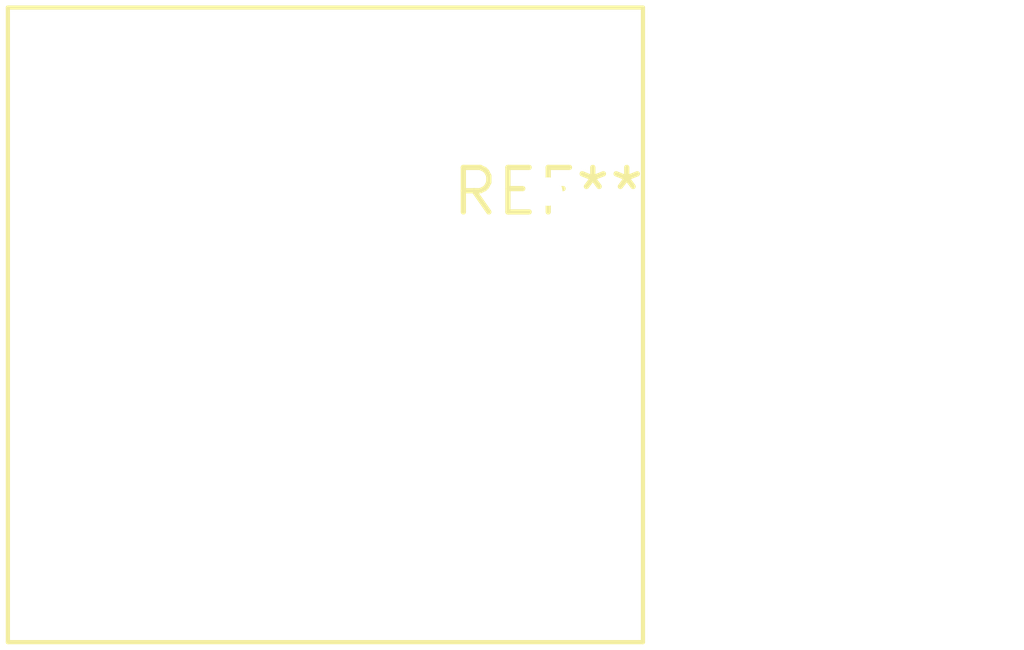
<source format=kicad_pcb>
(kicad_pcb (version 20240108) (generator pcbnew)
  (layers (0 "F.Cu" signal) (31 "B.Cu" signal) (34 "B.Paste" user) (35 "F.Paste" user) (36 "B.SilkS" user "B.Silkscreen") (37 "F.SilkS" user "F.Silkscreen") (38 "B.Mask" user) (39 "F.Mask" user) (44 "Edge.Cuts" user))
  (net 0 "")
  (footprint "Transformer_NF_ETAL_P3356" (layer "F.Cu") (at 0 0)
    (property "Reference" "REF**")
    (property "Value" "Transformer_NF_ETAL_P3356")
    (fp_line (start -15.4 -5.25) (end 2.7 -5.25) (layer "F.SilkS") (stroke (width 0.12)))
    (fp_line (start -15.4 12.85) (end -15.4 -5.25) (layer "F.SilkS") (stroke (width 0.12)))
    (fp_line (start 2.7 -5.25) (end 2.7 12.85) (layer "F.SilkS") (stroke (width 0.12)))
    (fp_line (start 2.7 12.85) (end -15.4 12.85) (layer "F.SilkS") (stroke (width 0.12)))
    (pad "1" thru_hole rect (at 0 0) (size 1.52 1.52) (drill 0.81) (layers *.Cu *.Mask) (remove_unused_layers))
    (pad "3" thru_hole circle (at 0 7.62) (size 1.52 1.52) (drill 0.81) (layers *.Cu *.Mask) (remove_unused_layers))
    (pad "4" thru_hole circle (at -12.7 7.62) (size 1.52 1.52) (drill 0.81) (layers *.Cu *.Mask) (remove_unused_layers))
    (pad "6" thru_hole circle (at -12.7 0) (size 1.52 1.52) (drill 0.81) (layers *.Cu *.Mask) (remove_unused_layers))
  )
)
</source>
